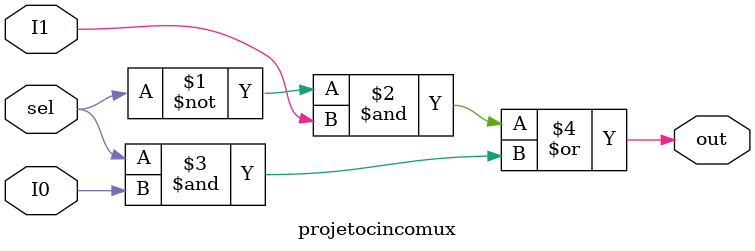
<source format=v>
/*
Nomes: Gustavo de Assis Xavier e Arthur 
*/
module projetocincomux (I0, I1, sel, out);
input I0, I1, sel; //I0 - input 0 e I1 - input 1
output out;
assign out = (~sel & I1)|(sel & I0);

endmodule
</source>
